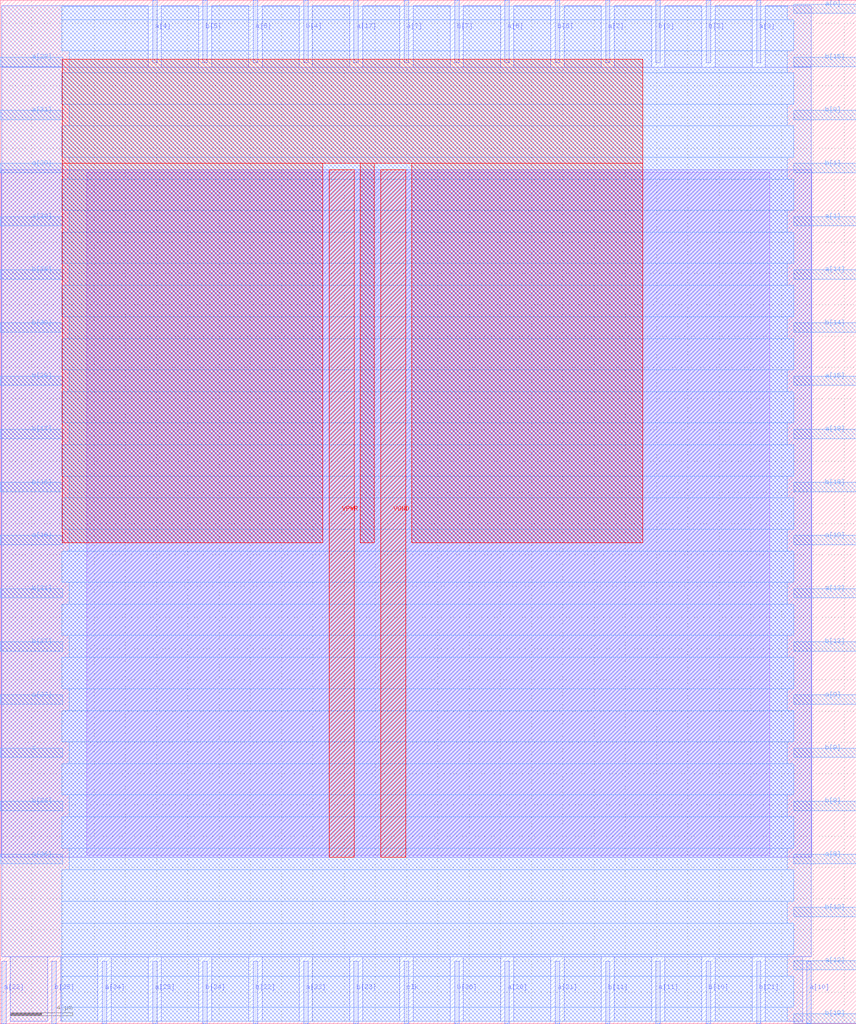
<source format=lef>
VERSION 5.7 ;
  NOWIREEXTENSIONATPIN ON ;
  DIVIDERCHAR "/" ;
  BUSBITCHARS "[]" ;
MACRO comp32
  CLASS BLOCK ;
  FOREIGN comp32 ;
  ORIGIN 0.000 0.000 ;
  SIZE 54.765 BY 65.485 ;
  PIN VGND
    DIRECTION INOUT ;
    USE GROUND ;
    PORT
      LAYER met4 ;
        RECT 24.340 10.640 25.940 54.640 ;
    END
  END VGND
  PIN VPWR
    DIRECTION INOUT ;
    USE POWER ;
    PORT
      LAYER met4 ;
        RECT 21.040 10.640 22.640 54.640 ;
    END
  END VPWR
  PIN a[0]
    DIRECTION INPUT ;
    USE SIGNAL ;
    ANTENNAGATEAREA 0.196500 ;
    PORT
      LAYER met3 ;
        RECT 50.765 64.640 54.765 65.240 ;
    END
  END a[0]
  PIN a[10]
    DIRECTION INPUT ;
    USE SIGNAL ;
    ANTENNAGATEAREA 0.196500 ;
    PORT
      LAYER met2 ;
        RECT 51.610 0.000 51.890 4.000 ;
    END
  END a[10]
  PIN a[11]
    DIRECTION INPUT ;
    USE SIGNAL ;
    ANTENNAGATEAREA 0.196500 ;
    PORT
      LAYER met2 ;
        RECT 41.950 0.000 42.230 4.000 ;
    END
  END a[11]
  PIN a[12]
    DIRECTION INPUT ;
    USE SIGNAL ;
    ANTENNAGATEAREA 0.196500 ;
    PORT
      LAYER met3 ;
        RECT 50.765 3.440 54.765 4.040 ;
    END
  END a[12]
  PIN a[13]
    DIRECTION INPUT ;
    USE SIGNAL ;
    ANTENNAGATEAREA 0.196500 ;
    PORT
      LAYER met3 ;
        RECT 50.765 27.240 54.765 27.840 ;
    END
  END a[13]
  PIN a[14]
    DIRECTION INPUT ;
    USE SIGNAL ;
    ANTENNAGATEAREA 0.196500 ;
    PORT
      LAYER met3 ;
        RECT 50.765 47.640 54.765 48.240 ;
    END
  END a[14]
  PIN a[15]
    DIRECTION INPUT ;
    USE SIGNAL ;
    ANTENNAGATEAREA 0.196500 ;
    PORT
      LAYER met3 ;
        RECT 50.765 40.840 54.765 41.440 ;
    END
  END a[15]
  PIN a[16]
    DIRECTION INPUT ;
    USE SIGNAL ;
    ANTENNAGATEAREA 0.196500 ;
    PORT
      LAYER met3 ;
        RECT 0.000 30.640 4.000 31.240 ;
    END
  END a[16]
  PIN a[17]
    DIRECTION INPUT ;
    USE SIGNAL ;
    ANTENNAGATEAREA 0.196500 ;
    PORT
      LAYER met2 ;
        RECT 22.630 61.485 22.910 65.485 ;
    END
  END a[17]
  PIN a[18]
    DIRECTION INPUT ;
    USE SIGNAL ;
    ANTENNAGATEAREA 0.196500 ;
    PORT
      LAYER met3 ;
        RECT 50.765 37.440 54.765 38.040 ;
    END
  END a[18]
  PIN a[19]
    DIRECTION INPUT ;
    USE SIGNAL ;
    ANTENNAGATEAREA 0.196500 ;
    PORT
      LAYER met3 ;
        RECT 50.765 30.640 54.765 31.240 ;
    END
  END a[19]
  PIN a[1]
    DIRECTION INPUT ;
    USE SIGNAL ;
    ANTENNAGATEAREA 0.196500 ;
    PORT
      LAYER met3 ;
        RECT 50.765 51.040 54.765 51.640 ;
    END
  END a[1]
  PIN a[20]
    DIRECTION INPUT ;
    USE SIGNAL ;
    ANTENNAGATEAREA 0.196500 ;
    PORT
      LAYER met2 ;
        RECT 32.290 0.000 32.570 4.000 ;
    END
  END a[20]
  PIN a[21]
    DIRECTION INPUT ;
    USE SIGNAL ;
    ANTENNAGATEAREA 0.196500 ;
    PORT
      LAYER met2 ;
        RECT 35.510 0.000 35.790 4.000 ;
    END
  END a[21]
  PIN a[22]
    DIRECTION INPUT ;
    USE SIGNAL ;
    ANTENNAGATEAREA 0.196500 ;
    PORT
      LAYER met2 ;
        RECT 0.090 0.000 0.370 4.000 ;
    END
  END a[22]
  PIN a[23]
    DIRECTION INPUT ;
    USE SIGNAL ;
    ANTENNAGATEAREA 0.196500 ;
    PORT
      LAYER met2 ;
        RECT 19.410 0.000 19.690 4.000 ;
    END
  END a[23]
  PIN a[24]
    DIRECTION INPUT ;
    USE SIGNAL ;
    ANTENNAGATEAREA 0.196500 ;
    PORT
      LAYER met2 ;
        RECT 6.530 0.000 6.810 4.000 ;
    END
  END a[24]
  PIN a[25]
    DIRECTION INPUT ;
    USE SIGNAL ;
    ANTENNAGATEAREA 0.196500 ;
    PORT
      LAYER met2 ;
        RECT 9.750 0.000 10.030 4.000 ;
    END
  END a[25]
  PIN a[26]
    DIRECTION INPUT ;
    USE SIGNAL ;
    ANTENNAGATEAREA 0.196500 ;
    PORT
      LAYER met3 ;
        RECT 0.000 10.240 4.000 10.840 ;
    END
  END a[26]
  PIN a[27]
    DIRECTION INPUT ;
    USE SIGNAL ;
    ANTENNAGATEAREA 0.196500 ;
    PORT
      LAYER met3 ;
        RECT 0.000 20.440 4.000 21.040 ;
    END
  END a[27]
  PIN a[28]
    DIRECTION INPUT ;
    USE SIGNAL ;
    ANTENNAGATEAREA 0.196500 ;
    PORT
      LAYER met3 ;
        RECT 0.000 61.240 4.000 61.840 ;
    END
  END a[28]
  PIN a[29]
    DIRECTION INPUT ;
    USE SIGNAL ;
    ANTENNAGATEAREA 0.196500 ;
    PORT
      LAYER met3 ;
        RECT 0.000 54.440 4.000 55.040 ;
    END
  END a[29]
  PIN a[2]
    DIRECTION INPUT ;
    USE SIGNAL ;
    ANTENNAGATEAREA 0.196500 ;
    PORT
      LAYER met2 ;
        RECT 38.730 61.485 39.010 65.485 ;
    END
  END a[2]
  PIN a[30]
    DIRECTION INPUT ;
    USE SIGNAL ;
    ANTENNAGATEAREA 0.495000 ;
    PORT
      LAYER met3 ;
        RECT 0.000 51.040 4.000 51.640 ;
    END
  END a[30]
  PIN a[31]
    DIRECTION INPUT ;
    USE SIGNAL ;
    ANTENNAGATEAREA 0.196500 ;
    PORT
      LAYER met3 ;
        RECT 0.000 57.840 4.000 58.440 ;
    END
  END a[31]
  PIN a[3]
    DIRECTION INPUT ;
    USE SIGNAL ;
    ANTENNAGATEAREA 0.196500 ;
    PORT
      LAYER met2 ;
        RECT 48.390 61.485 48.670 65.485 ;
    END
  END a[3]
  PIN a[4]
    DIRECTION INPUT ;
    USE SIGNAL ;
    ANTENNAGATEAREA 0.196500 ;
    PORT
      LAYER met2 ;
        RECT 9.750 61.485 10.030 65.485 ;
    END
  END a[4]
  PIN a[5]
    DIRECTION INPUT ;
    USE SIGNAL ;
    ANTENNAGATEAREA 0.196500 ;
    PORT
      LAYER met2 ;
        RECT 16.190 61.485 16.470 65.485 ;
    END
  END a[5]
  PIN a[6]
    DIRECTION INPUT ;
    USE SIGNAL ;
    ANTENNAGATEAREA 0.196500 ;
    PORT
      LAYER met2 ;
        RECT 32.290 61.485 32.570 65.485 ;
    END
  END a[6]
  PIN a[7]
    DIRECTION INPUT ;
    USE SIGNAL ;
    ANTENNAGATEAREA 0.196500 ;
    PORT
      LAYER met2 ;
        RECT 25.850 61.485 26.130 65.485 ;
    END
  END a[7]
  PIN a[8]
    DIRECTION INPUT ;
    USE SIGNAL ;
    ANTENNAGATEAREA 0.196500 ;
    PORT
      LAYER met3 ;
        RECT 50.765 10.240 54.765 10.840 ;
    END
  END a[8]
  PIN a[9]
    DIRECTION INPUT ;
    USE SIGNAL ;
    ANTENNAGATEAREA 0.196500 ;
    PORT
      LAYER met3 ;
        RECT 50.765 20.440 54.765 21.040 ;
    END
  END a[9]
  PIN b[0]
    DIRECTION INPUT ;
    USE SIGNAL ;
    ANTENNAGATEAREA 0.196500 ;
    PORT
      LAYER met3 ;
        RECT 50.765 57.840 54.765 58.440 ;
    END
  END b[0]
  PIN b[10]
    DIRECTION INPUT ;
    USE SIGNAL ;
    ANTENNAGATEAREA 0.196500 ;
    PORT
      LAYER met2 ;
        RECT 45.170 0.000 45.450 4.000 ;
    END
  END b[10]
  PIN b[11]
    DIRECTION INPUT ;
    USE SIGNAL ;
    ANTENNAGATEAREA 0.196500 ;
    PORT
      LAYER met2 ;
        RECT 38.730 0.000 39.010 4.000 ;
    END
  END b[11]
  PIN b[12]
    DIRECTION INPUT ;
    USE SIGNAL ;
    ANTENNAGATEAREA 0.196500 ;
    PORT
      LAYER met3 ;
        RECT 50.765 6.840 54.765 7.440 ;
    END
  END b[12]
  PIN b[13]
    DIRECTION INPUT ;
    USE SIGNAL ;
    ANTENNAGATEAREA 0.196500 ;
    PORT
      LAYER met3 ;
        RECT 50.765 23.840 54.765 24.440 ;
    END
  END b[13]
  PIN b[14]
    DIRECTION INPUT ;
    USE SIGNAL ;
    ANTENNAGATEAREA 0.196500 ;
    PORT
      LAYER met3 ;
        RECT 50.765 44.240 54.765 44.840 ;
    END
  END b[14]
  PIN b[15]
    DIRECTION INPUT ;
    USE SIGNAL ;
    ANTENNAGATEAREA 0.196500 ;
    PORT
      LAYER met3 ;
        RECT 50.765 61.240 54.765 61.840 ;
    END
  END b[15]
  PIN b[16]
    DIRECTION INPUT ;
    USE SIGNAL ;
    ANTENNAGATEAREA 0.196500 ;
    PORT
      LAYER met3 ;
        RECT 0.000 34.040 4.000 34.640 ;
    END
  END b[16]
  PIN b[17]
    DIRECTION INPUT ;
    USE SIGNAL ;
    ANTENNAGATEAREA 0.196500 ;
    PORT
      LAYER met3 ;
        RECT 0.000 37.440 4.000 38.040 ;
    END
  END b[17]
  PIN b[18]
    DIRECTION INPUT ;
    USE SIGNAL ;
    ANTENNAGATEAREA 0.196500 ;
    PORT
      LAYER met3 ;
        RECT 50.765 34.040 54.765 34.640 ;
    END
  END b[18]
  PIN b[19]
    DIRECTION INPUT ;
    USE SIGNAL ;
    ANTENNAGATEAREA 0.196500 ;
    PORT
      LAYER met3 ;
        RECT 50.765 0.040 54.765 0.640 ;
    END
  END b[19]
  PIN b[1]
    DIRECTION INPUT ;
    USE SIGNAL ;
    ANTENNAGATEAREA 0.196500 ;
    PORT
      LAYER met3 ;
        RECT 50.765 54.440 54.765 55.040 ;
    END
  END b[1]
  PIN b[20]
    DIRECTION INPUT ;
    USE SIGNAL ;
    ANTENNAGATEAREA 0.196500 ;
    PORT
      LAYER met2 ;
        RECT 29.070 0.000 29.350 4.000 ;
    END
  END b[20]
  PIN b[21]
    DIRECTION INPUT ;
    USE SIGNAL ;
    ANTENNAGATEAREA 0.196500 ;
    PORT
      LAYER met2 ;
        RECT 48.390 0.000 48.670 4.000 ;
    END
  END b[21]
  PIN b[22]
    DIRECTION INPUT ;
    USE SIGNAL ;
    ANTENNAGATEAREA 0.196500 ;
    PORT
      LAYER met2 ;
        RECT 16.190 0.000 16.470 4.000 ;
    END
  END b[22]
  PIN b[23]
    DIRECTION INPUT ;
    USE SIGNAL ;
    ANTENNAGATEAREA 0.196500 ;
    PORT
      LAYER met2 ;
        RECT 22.630 0.000 22.910 4.000 ;
    END
  END b[23]
  PIN b[24]
    DIRECTION INPUT ;
    USE SIGNAL ;
    ANTENNAGATEAREA 0.196500 ;
    PORT
      LAYER met2 ;
        RECT 12.970 0.000 13.250 4.000 ;
    END
  END b[24]
  PIN b[25]
    DIRECTION INPUT ;
    USE SIGNAL ;
    ANTENNAGATEAREA 0.196500 ;
    PORT
      LAYER met2 ;
        RECT 3.310 0.000 3.590 4.000 ;
    END
  END b[25]
  PIN b[26]
    DIRECTION INPUT ;
    USE SIGNAL ;
    ANTENNAGATEAREA 0.196500 ;
    PORT
      LAYER met3 ;
        RECT 0.000 13.640 4.000 14.240 ;
    END
  END b[26]
  PIN b[27]
    DIRECTION INPUT ;
    USE SIGNAL ;
    ANTENNAGATEAREA 0.196500 ;
    PORT
      LAYER met3 ;
        RECT 0.000 23.840 4.000 24.440 ;
    END
  END b[27]
  PIN b[28]
    DIRECTION INPUT ;
    USE SIGNAL ;
    ANTENNAGATEAREA 0.196500 ;
    PORT
      LAYER met3 ;
        RECT 0.000 40.840 4.000 41.440 ;
    END
  END b[28]
  PIN b[29]
    DIRECTION INPUT ;
    USE SIGNAL ;
    ANTENNAGATEAREA 0.196500 ;
    PORT
      LAYER met3 ;
        RECT 0.000 47.640 4.000 48.240 ;
    END
  END b[29]
  PIN b[2]
    DIRECTION INPUT ;
    USE SIGNAL ;
    ANTENNAGATEAREA 0.196500 ;
    PORT
      LAYER met2 ;
        RECT 45.170 61.485 45.450 65.485 ;
    END
  END b[2]
  PIN b[30]
    DIRECTION INPUT ;
    USE SIGNAL ;
    ANTENNAGATEAREA 0.196500 ;
    PORT
      LAYER met3 ;
        RECT 0.000 44.240 4.000 44.840 ;
    END
  END b[30]
  PIN b[31]
    DIRECTION INPUT ;
    USE SIGNAL ;
    ANTENNAGATEAREA 0.196500 ;
    PORT
      LAYER met3 ;
        RECT 0.000 27.240 4.000 27.840 ;
    END
  END b[31]
  PIN b[3]
    DIRECTION INPUT ;
    USE SIGNAL ;
    ANTENNAGATEAREA 0.196500 ;
    PORT
      LAYER met2 ;
        RECT 41.950 61.485 42.230 65.485 ;
    END
  END b[3]
  PIN b[4]
    DIRECTION INPUT ;
    USE SIGNAL ;
    ANTENNAGATEAREA 0.196500 ;
    PORT
      LAYER met2 ;
        RECT 19.410 61.485 19.690 65.485 ;
    END
  END b[4]
  PIN b[5]
    DIRECTION INPUT ;
    USE SIGNAL ;
    ANTENNAGATEAREA 0.196500 ;
    PORT
      LAYER met2 ;
        RECT 12.970 61.485 13.250 65.485 ;
    END
  END b[5]
  PIN b[6]
    DIRECTION INPUT ;
    USE SIGNAL ;
    ANTENNAGATEAREA 0.196500 ;
    PORT
      LAYER met2 ;
        RECT 35.510 61.485 35.790 65.485 ;
    END
  END b[6]
  PIN b[7]
    DIRECTION INPUT ;
    USE SIGNAL ;
    ANTENNAGATEAREA 0.196500 ;
    PORT
      LAYER met2 ;
        RECT 29.070 61.485 29.350 65.485 ;
    END
  END b[7]
  PIN b[8]
    DIRECTION INPUT ;
    USE SIGNAL ;
    ANTENNAGATEAREA 0.196500 ;
    PORT
      LAYER met3 ;
        RECT 50.765 13.640 54.765 14.240 ;
    END
  END b[8]
  PIN b[9]
    DIRECTION INPUT ;
    USE SIGNAL ;
    ANTENNAGATEAREA 0.196500 ;
    PORT
      LAYER met3 ;
        RECT 50.765 17.040 54.765 17.640 ;
    END
  END b[9]
  PIN clk
    DIRECTION INPUT ;
    USE SIGNAL ;
    ANTENNAGATEAREA 0.159000 ;
    PORT
      LAYER met2 ;
        RECT 25.850 0.000 26.130 4.000 ;
    END
  END clk
  PIN z
    DIRECTION OUTPUT ;
    USE SIGNAL ;
    ANTENNADIFFAREA 0.445500 ;
    PORT
      LAYER met3 ;
        RECT 0.000 17.040 4.000 17.640 ;
    END
  END z
  OBS
      LAYER li1 ;
        RECT 5.520 10.795 49.220 54.485 ;
      LAYER met1 ;
        RECT 0.070 10.640 51.910 54.640 ;
      LAYER met2 ;
        RECT 0.100 61.205 9.470 65.125 ;
        RECT 10.310 61.205 12.690 65.125 ;
        RECT 13.530 61.205 15.910 65.125 ;
        RECT 16.750 61.205 19.130 65.125 ;
        RECT 19.970 61.205 22.350 65.125 ;
        RECT 23.190 61.205 25.570 65.125 ;
        RECT 26.410 61.205 28.790 65.125 ;
        RECT 29.630 61.205 32.010 65.125 ;
        RECT 32.850 61.205 35.230 65.125 ;
        RECT 36.070 61.205 38.450 65.125 ;
        RECT 39.290 61.205 41.670 65.125 ;
        RECT 42.510 61.205 44.890 65.125 ;
        RECT 45.730 61.205 48.110 65.125 ;
        RECT 48.950 61.205 51.880 65.125 ;
        RECT 0.100 4.280 51.880 61.205 ;
        RECT 0.650 0.155 3.030 4.280 ;
        RECT 3.870 0.155 6.250 4.280 ;
        RECT 7.090 0.155 9.470 4.280 ;
        RECT 10.310 0.155 12.690 4.280 ;
        RECT 13.530 0.155 15.910 4.280 ;
        RECT 16.750 0.155 19.130 4.280 ;
        RECT 19.970 0.155 22.350 4.280 ;
        RECT 23.190 0.155 25.570 4.280 ;
        RECT 26.410 0.155 28.790 4.280 ;
        RECT 29.630 0.155 32.010 4.280 ;
        RECT 32.850 0.155 35.230 4.280 ;
        RECT 36.070 0.155 38.450 4.280 ;
        RECT 39.290 0.155 41.670 4.280 ;
        RECT 42.510 0.155 44.890 4.280 ;
        RECT 45.730 0.155 48.110 4.280 ;
        RECT 48.950 0.155 51.330 4.280 ;
      LAYER met3 ;
        RECT 3.950 64.240 50.365 65.105 ;
        RECT 3.950 62.240 50.765 64.240 ;
        RECT 4.400 60.840 50.365 62.240 ;
        RECT 3.950 58.840 50.765 60.840 ;
        RECT 4.400 57.440 50.365 58.840 ;
        RECT 3.950 55.440 50.765 57.440 ;
        RECT 4.400 54.040 50.365 55.440 ;
        RECT 3.950 52.040 50.765 54.040 ;
        RECT 4.400 50.640 50.365 52.040 ;
        RECT 3.950 48.640 50.765 50.640 ;
        RECT 4.400 47.240 50.365 48.640 ;
        RECT 3.950 45.240 50.765 47.240 ;
        RECT 4.400 43.840 50.365 45.240 ;
        RECT 3.950 41.840 50.765 43.840 ;
        RECT 4.400 40.440 50.365 41.840 ;
        RECT 3.950 38.440 50.765 40.440 ;
        RECT 4.400 37.040 50.365 38.440 ;
        RECT 3.950 35.040 50.765 37.040 ;
        RECT 4.400 33.640 50.365 35.040 ;
        RECT 3.950 31.640 50.765 33.640 ;
        RECT 4.400 30.240 50.365 31.640 ;
        RECT 3.950 28.240 50.765 30.240 ;
        RECT 4.400 26.840 50.365 28.240 ;
        RECT 3.950 24.840 50.765 26.840 ;
        RECT 4.400 23.440 50.365 24.840 ;
        RECT 3.950 21.440 50.765 23.440 ;
        RECT 4.400 20.040 50.365 21.440 ;
        RECT 3.950 18.040 50.765 20.040 ;
        RECT 4.400 16.640 50.365 18.040 ;
        RECT 3.950 14.640 50.765 16.640 ;
        RECT 4.400 13.240 50.365 14.640 ;
        RECT 3.950 11.240 50.765 13.240 ;
        RECT 4.400 9.840 50.365 11.240 ;
        RECT 3.950 7.840 50.765 9.840 ;
        RECT 3.950 6.440 50.365 7.840 ;
        RECT 3.950 4.440 50.765 6.440 ;
        RECT 3.950 3.040 50.365 4.440 ;
        RECT 3.950 1.040 50.765 3.040 ;
        RECT 3.950 0.175 50.365 1.040 ;
      LAYER met4 ;
        RECT 3.975 55.040 41.105 61.705 ;
        RECT 3.975 30.775 20.640 55.040 ;
        RECT 23.040 30.775 23.940 55.040 ;
        RECT 26.340 30.775 41.105 55.040 ;
  END
END comp32
END LIBRARY


</source>
